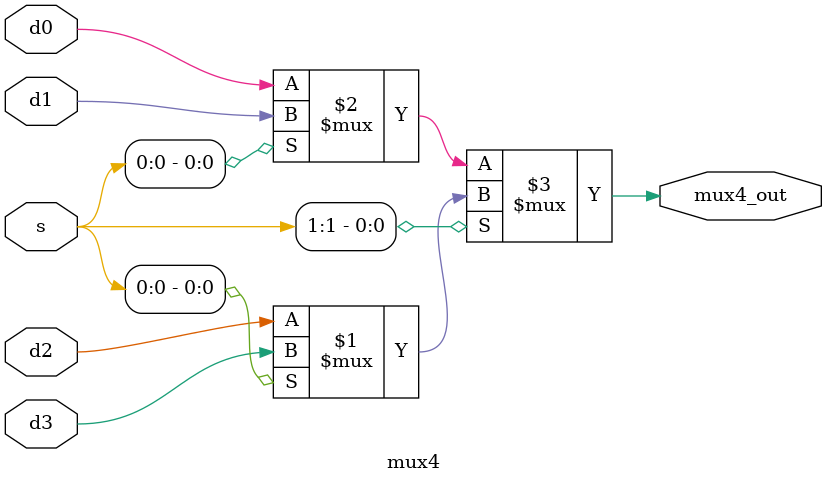
<source format=v>

module mux4(
             input d0,d1,d2,d3,
             input [1:0]s,
             output mux4_out 
            );
           assign mux4_out = s[1] ? (s[0]?d3:d2)
                                  : (s[0]?d1:d0);
endmodule

</source>
